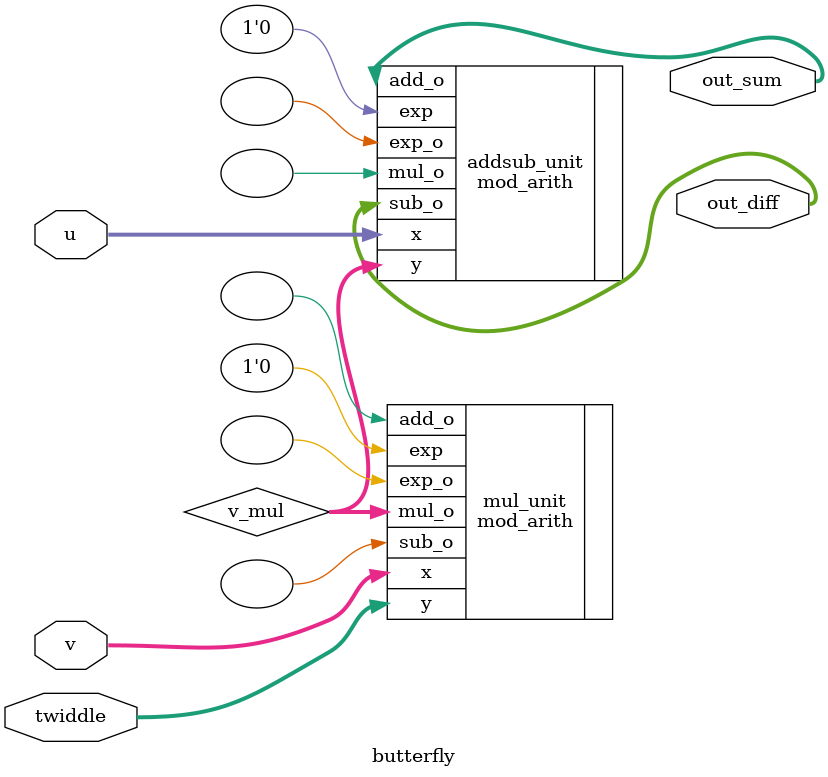
<source format=v>
`timescale 1ns / 1ps
module butterfly #(
  parameter integer DATA_WIDTH = 16,   
  parameter integer MODULUS    = 17    // prime modulus
)(
  input  wire [DATA_WIDTH-1:0] u,        
  input  wire [DATA_WIDTH-1:0] v,        
  input  wire [DATA_WIDTH-1:0] twiddle,  
  output wire [DATA_WIDTH-1:0] out_sum,  
  output wire [DATA_WIDTH-1:0] out_diff  
);

  wire [DATA_WIDTH-1:0] v_mul;
  mod_arith #(
    .DATA_WIDTH(DATA_WIDTH),
    .MODULUS   (MODULUS),
    .EXP_WIDTH (1)           
  ) mul_unit (
    .x    (v),
    .y    (twiddle),
    .exp  (1'b0),           
    .add_o(),               
    .sub_o(),               
    .mul_o(v_mul),          
    .exp_o()                
  );

  // Now compute out_sum = (u + v_mul) mod M
  //         and out_diff = (u - v_mul) mod M
  mod_arith #(
    .DATA_WIDTH(DATA_WIDTH),
    .MODULUS   (MODULUS),
    .EXP_WIDTH (1)
  ) addsub_unit (
    .x    (u),
    .y    (v_mul),
    .exp  (1'b0),
    .add_o(out_sum),
    .sub_o(out_diff),
    .mul_o(),               
    .exp_o()                
  );

endmodule

</source>
